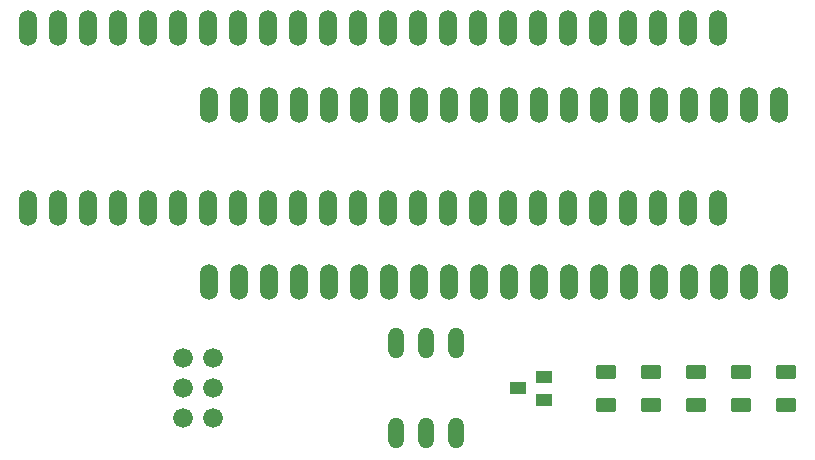
<source format=gtp>
%TF.GenerationSoftware,KiCad,Pcbnew,7.0.8*%
%TF.CreationDate,2023-11-23T12:29:14-06:00*%
%TF.ProjectId,27C160_Adapter,32374331-3630-45f4-9164-61707465722e,1.1*%
%TF.SameCoordinates,Original*%
%TF.FileFunction,Paste,Top*%
%TF.FilePolarity,Positive*%
%FSLAX46Y46*%
G04 Gerber Fmt 4.6, Leading zero omitted, Abs format (unit mm)*
G04 Created by KiCad (PCBNEW 7.0.8) date 2023-11-23 12:29:14*
%MOMM*%
%LPD*%
G01*
G04 APERTURE LIST*
G04 Aperture macros list*
%AMRoundRect*
0 Rectangle with rounded corners*
0 $1 Rounding radius*
0 $2 $3 $4 $5 $6 $7 $8 $9 X,Y pos of 4 corners*
0 Add a 4 corners polygon primitive as box body*
4,1,4,$2,$3,$4,$5,$6,$7,$8,$9,$2,$3,0*
0 Add four circle primitives for the rounded corners*
1,1,$1+$1,$2,$3*
1,1,$1+$1,$4,$5*
1,1,$1+$1,$6,$7*
1,1,$1+$1,$8,$9*
0 Add four rect primitives between the rounded corners*
20,1,$1+$1,$2,$3,$4,$5,0*
20,1,$1+$1,$4,$5,$6,$7,0*
20,1,$1+$1,$6,$7,$8,$9,0*
20,1,$1+$1,$8,$9,$2,$3,0*%
G04 Aperture macros list end*
%ADD10O,1.506220X3.014980*%
%ADD11O,1.320800X2.641600*%
%ADD12C,1.676400*%
%ADD13RoundRect,0.250000X-0.625000X0.375000X-0.625000X-0.375000X0.625000X-0.375000X0.625000X0.375000X0*%
%ADD14RoundRect,0.250000X0.625000X-0.375000X0.625000X0.375000X-0.625000X0.375000X-0.625000X-0.375000X0*%
%ADD15R,1.399540X0.998220*%
G04 APERTURE END LIST*
D10*
%TO.C,ZX1*%
X118021000Y-103733600D03*
X120561000Y-103733600D03*
X123101000Y-103733600D03*
X125641000Y-103733600D03*
X128181000Y-103733600D03*
X130721000Y-103733600D03*
X133261000Y-103733600D03*
X135801000Y-103733600D03*
X138341000Y-103733600D03*
X140881000Y-103733600D03*
X143421000Y-103733600D03*
X145961000Y-103733600D03*
X148501000Y-103733600D03*
X151041000Y-103733600D03*
X153581000Y-103733600D03*
X156121000Y-103733600D03*
X158661000Y-103733600D03*
X161201000Y-103733600D03*
X163741000Y-103733600D03*
X166281000Y-103733600D03*
X168821000Y-103733600D03*
X171361000Y-103733600D03*
X173901000Y-103733600D03*
X176441000Y-103733600D03*
X176441000Y-88493600D03*
X173901000Y-88493600D03*
X171361000Y-88493600D03*
X168821000Y-88493600D03*
X166281000Y-88493600D03*
X163741000Y-88493600D03*
X161201000Y-88493600D03*
X158661000Y-88493600D03*
X156121000Y-88493600D03*
X153581000Y-88493600D03*
X151041000Y-88493600D03*
X148501000Y-88493600D03*
X145961000Y-88493600D03*
X143421000Y-88493600D03*
X140881000Y-88493600D03*
X138341000Y-88493600D03*
X135801000Y-88493600D03*
X133261000Y-88493600D03*
X130721000Y-88493600D03*
X128181000Y-88493600D03*
X125641000Y-88493600D03*
X123101000Y-88493600D03*
X120561000Y-88493600D03*
X118021000Y-88493600D03*
%TD*%
%TO.C,U1*%
X133360000Y-94954000D03*
X135900000Y-94954000D03*
X138440000Y-94954000D03*
X140980000Y-94954000D03*
X143520000Y-94954000D03*
X146060000Y-94954000D03*
X148600000Y-94954000D03*
X151140000Y-94954000D03*
X153680000Y-94954000D03*
X156220000Y-94954000D03*
X158760000Y-94954000D03*
X161300000Y-94954000D03*
X163840000Y-94954000D03*
X166380000Y-94954000D03*
X168920000Y-94954000D03*
X171460000Y-94954000D03*
X174000000Y-94954000D03*
X176540000Y-94954000D03*
X179080000Y-94954000D03*
X181620000Y-94954000D03*
X181620000Y-109940000D03*
X179080000Y-109940000D03*
X176540000Y-109940000D03*
X174000000Y-109940000D03*
X171460000Y-109940000D03*
X168920000Y-109940000D03*
X166380000Y-109940000D03*
X163840000Y-109940000D03*
X161300000Y-109940000D03*
X158760000Y-109940000D03*
X156220000Y-109940000D03*
X153680000Y-109940000D03*
X151140000Y-109940000D03*
X148600000Y-109940000D03*
X146060000Y-109940000D03*
X143520000Y-109940000D03*
X140980000Y-109940000D03*
X138440000Y-109940000D03*
X135900000Y-109940000D03*
X133360000Y-109940000D03*
%TD*%
D11*
%TO.C,SW2*%
X149136000Y-115164000D03*
X151676000Y-115164000D03*
X154216000Y-115164000D03*
X154216000Y-122784000D03*
X151676000Y-122784000D03*
X149136000Y-122784000D03*
%TD*%
D12*
%TO.C,SW1*%
X131086000Y-121514000D03*
X131086000Y-118974000D03*
X131086000Y-116434000D03*
X133626000Y-121514000D03*
X133626000Y-118974000D03*
X133626000Y-116434000D03*
%TD*%
D13*
%TO.C,R1*%
X182156000Y-120374000D03*
X182156000Y-117574000D03*
%TD*%
%TO.C,R2*%
X178346000Y-120374000D03*
X178346000Y-117574000D03*
%TD*%
%TO.C,R3*%
X174536000Y-120374000D03*
X174536000Y-117574000D03*
%TD*%
%TO.C,R4*%
X170726000Y-120374000D03*
X170726000Y-117574000D03*
%TD*%
D14*
%TO.C,R5*%
X166916000Y-117574000D03*
X166916000Y-120374000D03*
%TD*%
D15*
%TO.C,Q1*%
X161665820Y-118026580D03*
X159466180Y-118974000D03*
X161665820Y-119923960D03*
%TD*%
M02*

</source>
